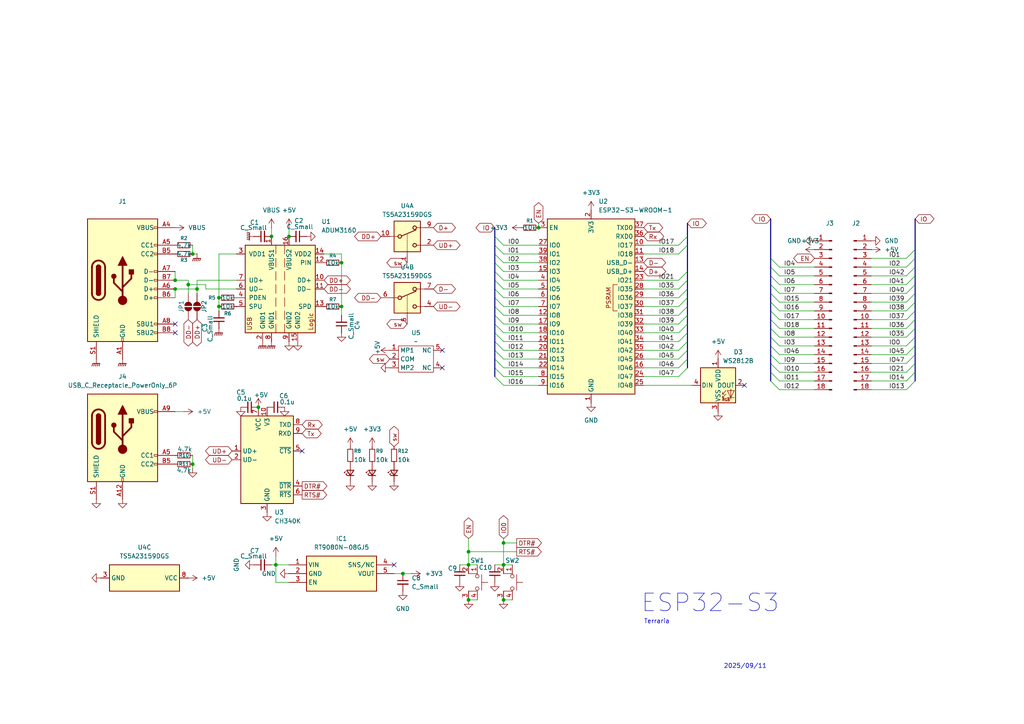
<source format=kicad_sch>
(kicad_sch (version 20250114) (generator "eeschema") (generator_version "9.0")
  (paper "A4")
  (text "ESP32-S3" (at 205.994 175.006 0) (effects (font (size 5.08 5.08))))
  (text "2025/09/11" (at 216.154 193.294 0) (effects (font (size 1.27 1.27))))
  (text "Terraria" (at 190.5 180.34 0) (effects (font (size 1.27 1.27))))
  (junction (at 135.89 163.83))
  (junction (at 57.15 83.82))
  (junction (at 55.88 134.62))
  (junction (at 50.8 83.82))
  (junction (at 156.21 66.04))
  (junction (at 146.05 157.48))
  (junction (at 146.05 173.99))
  (junction (at 74.93 118.11))
  (junction (at 99.06 76.2))
  (junction (at 80.01 163.83))
  (junction (at 146.05 163.83))
  (junction (at 55.88 73.66))
  (junction (at 63.5 88.9))
  (junction (at 135.89 160.02))
  (junction (at 50.8 81.28))
  (junction (at 63.5 86.36))
  (junction (at 54.61 82.55))
  (junction (at 116.84 166.37))
  (junction (at 135.89 173.99))
  (junction (at 99.06 88.9))
  (junction (at 83.82 68.58))
  (junction (at 78.74 68.58))
  (no_connect (at 87.63 130.81))
  (no_connect (at 128.27 101.6))
  (no_connect (at 50.8 96.52))
  (no_connect (at 128.27 106.68))
  (no_connect (at 114.3 163.83))
  (no_connect (at 50.8 93.98))
  (no_connect (at 215.9 111.76))
  (bus_entry (at 262.89 105.41) (size 2.54 -2.54))
  (bus_entry (at 196.85 86.36) (size 2.54 -2.54))
  (bus_entry (at 262.89 95.25) (size 2.54 -2.54))
  (bus_entry (at 196.85 106.68) (size 2.54 -2.54))
  (bus_entry (at 262.89 85.09) (size 2.54 -2.54))
  (bus_entry (at 223.52 97.79) (size 2.54 2.54))
  (bus_entry (at 223.52 110.49) (size 2.54 2.54))
  (bus_entry (at 143.51 88.9) (size 2.54 2.54))
  (bus_entry (at 143.51 68.58) (size 2.54 2.54))
  (bus_entry (at 223.52 90.17) (size 2.54 2.54))
  (bus_entry (at 223.52 74.93) (size 2.54 2.54))
  (bus_entry (at 262.89 74.93) (size 2.54 -2.54))
  (bus_entry (at 196.85 96.52) (size 2.54 -2.54))
  (bus_entry (at 196.85 71.12) (size 2.54 -2.54))
  (bus_entry (at 223.52 107.95) (size 2.54 2.54))
  (bus_entry (at 262.89 97.79) (size 2.54 -2.54))
  (bus_entry (at 143.51 81.28) (size 2.54 2.54))
  (bus_entry (at 223.52 105.41) (size 2.54 2.54))
  (bus_entry (at 196.85 81.28) (size 2.54 -2.54))
  (bus_entry (at 223.52 102.87) (size 2.54 2.54))
  (bus_entry (at 262.89 100.33) (size 2.54 -2.54))
  (bus_entry (at 223.52 77.47) (size 2.54 2.54))
  (bus_entry (at 196.85 83.82) (size 2.54 -2.54))
  (bus_entry (at 223.52 85.09) (size 2.54 2.54))
  (bus_entry (at 143.51 106.68) (size 2.54 2.54))
  (bus_entry (at 223.52 87.63) (size 2.54 2.54))
  (bus_entry (at 196.85 88.9) (size 2.54 -2.54))
  (bus_entry (at 262.89 92.71) (size 2.54 -2.54))
  (bus_entry (at 262.89 77.47) (size 2.54 -2.54))
  (bus_entry (at 143.51 76.2) (size 2.54 2.54))
  (bus_entry (at 143.51 71.12) (size 2.54 2.54))
  (bus_entry (at 223.52 82.55) (size 2.54 2.54))
  (bus_entry (at 265.43 110.49) (size -2.54 2.54))
  (bus_entry (at 262.89 82.55) (size 2.54 -2.54))
  (bus_entry (at 143.51 86.36) (size 2.54 2.54))
  (bus_entry (at 262.89 102.87) (size 2.54 -2.54))
  (bus_entry (at 196.85 93.98) (size 2.54 -2.54))
  (bus_entry (at 196.85 91.44) (size 2.54 -2.54))
  (bus_entry (at 143.51 73.66) (size 2.54 2.54))
  (bus_entry (at 196.85 101.6) (size 2.54 -2.54))
  (bus_entry (at 262.89 110.49) (size 2.54 -2.54))
  (bus_entry (at 262.89 80.01) (size 2.54 -2.54))
  (bus_entry (at 143.51 104.14) (size 2.54 2.54))
  (bus_entry (at 223.52 100.33) (size 2.54 2.54))
  (bus_entry (at 143.51 83.82) (size 2.54 2.54))
  (bus_entry (at 223.52 95.25) (size 2.54 2.54))
  (bus_entry (at 262.89 107.95) (size 2.54 -2.54))
  (bus_entry (at 143.51 109.22) (size 2.54 2.54))
  (bus_entry (at 262.89 87.63) (size 2.54 -2.54))
  (bus_entry (at 196.85 104.14) (size 2.54 -2.54))
  (bus_entry (at 143.51 93.98) (size 2.54 2.54))
  (bus_entry (at 143.51 78.74) (size 2.54 2.54))
  (bus_entry (at 143.51 101.6) (size 2.54 2.54))
  (bus_entry (at 223.52 92.71) (size 2.54 2.54))
  (bus_entry (at 223.52 80.01) (size 2.54 2.54))
  (bus_entry (at 196.85 99.06) (size 2.54 -2.54))
  (bus_entry (at 143.51 96.52) (size 2.54 2.54))
  (bus_entry (at 262.89 90.17) (size 2.54 -2.54))
  (bus_entry (at 143.51 99.06) (size 2.54 2.54))
  (bus_entry (at 196.85 109.22) (size 2.54 -2.54))
  (bus_entry (at 143.51 91.44) (size 2.54 2.54))
  (bus_entry (at 196.85 73.66) (size 2.54 -2.54))
  (wire (pts (xy 146.05 96.52) (xy 156.21 96.52)))
  (bus (pts (xy 223.52 95.25) (xy 223.52 97.79)))
  (bus (pts (xy 265.43 87.63) (xy 265.43 90.17)))
  (wire (pts (xy 146.05 173.99) (xy 148.59 173.99)))
  (wire (pts (xy 146.05 88.9) (xy 156.21 88.9)))
  (wire (pts (xy 186.69 101.6) (xy 196.85 101.6)))
  (bus (pts (xy 265.43 97.79) (xy 265.43 100.33)))
  (wire (pts (xy 146.05 73.66) (xy 156.21 73.66)))
  (bus (pts (xy 143.51 76.2) (xy 143.51 73.66)))
  (wire (pts (xy 54.61 81.28) (xy 50.8 81.28)))
  (bus (pts (xy 199.39 83.82) (xy 199.39 86.36)))
  (bus (pts (xy 265.43 92.71) (xy 265.43 95.25)))
  (bus (pts (xy 199.39 78.74) (xy 199.39 81.28)))
  (bus (pts (xy 143.51 109.22) (xy 143.51 106.68)))
  (bus (pts (xy 265.43 100.33) (xy 265.43 102.87)))
  (wire (pts (xy 63.5 86.36) (xy 63.5 73.66)))
  (wire (pts (xy 186.69 96.52) (xy 196.85 96.52)))
  (wire (pts (xy 116.84 166.37) (xy 114.3 166.37)))
  (bus (pts (xy 223.52 97.79) (xy 223.52 100.33)))
  (bus (pts (xy 199.39 91.44) (xy 199.39 93.98)))
  (wire (pts (xy 226.06 100.33) (xy 236.22 100.33)))
  (wire (pts (xy 252.73 95.25) (xy 262.89 95.25)))
  (wire (pts (xy 63.5 86.36) (xy 63.5 88.9)))
  (wire (pts (xy 146.05 78.74) (xy 156.21 78.74)))
  (wire (pts (xy 80.01 163.83) (xy 83.82 163.83)))
  (bus (pts (xy 143.51 101.6) (xy 143.51 99.06)))
  (wire (pts (xy 99.06 88.9) (xy 99.06 76.2)))
  (wire (pts (xy 59.69 82.55) (xy 54.61 82.55)))
  (wire (pts (xy 146.05 109.22) (xy 156.21 109.22)))
  (bus (pts (xy 265.43 85.09) (xy 265.43 87.63)))
  (wire (pts (xy 83.82 168.91) (xy 80.01 168.91)))
  (wire (pts (xy 135.89 156.21) (xy 135.89 160.02)))
  (wire (pts (xy 55.88 132.08) (xy 55.88 134.62)))
  (wire (pts (xy 252.73 74.93) (xy 262.89 74.93)))
  (wire (pts (xy 146.05 83.82) (xy 156.21 83.82)))
  (bus (pts (xy 199.39 64.77) (xy 199.39 68.58)))
  (bus (pts (xy 223.52 90.17) (xy 223.52 92.71)))
  (wire (pts (xy 226.06 113.03) (xy 236.22 113.03)))
  (wire (pts (xy 186.69 73.66) (xy 196.85 73.66)))
  (wire (pts (xy 78.74 163.83) (xy 80.01 163.83)))
  (wire (pts (xy 146.05 157.48) (xy 149.86 157.48)))
  (wire (pts (xy 146.05 111.76) (xy 156.21 111.76)))
  (wire (pts (xy 63.5 90.17) (xy 63.5 88.9)))
  (wire (pts (xy 59.69 83.82) (xy 59.69 82.55)))
  (wire (pts (xy 186.69 83.82) (xy 196.85 83.82)))
  (bus (pts (xy 143.51 104.14) (xy 143.51 101.6)))
  (wire (pts (xy 63.5 73.66) (xy 68.58 73.66)))
  (wire (pts (xy 50.8 119.38) (xy 53.34 119.38)))
  (bus (pts (xy 223.52 92.71) (xy 223.52 95.25)))
  (wire (pts (xy 226.06 87.63) (xy 236.22 87.63)))
  (wire (pts (xy 186.69 106.68) (xy 196.85 106.68)))
  (bus (pts (xy 223.52 63.5) (xy 223.52 74.93)))
  (wire (pts (xy 226.06 77.47) (xy 236.22 77.47)))
  (wire (pts (xy 186.69 104.14) (xy 196.85 104.14)))
  (wire (pts (xy 146.05 106.68) (xy 156.21 106.68)))
  (bus (pts (xy 265.43 74.93) (xy 265.43 77.47)))
  (wire (pts (xy 146.05 156.21) (xy 146.05 157.48)))
  (wire (pts (xy 80.01 168.91) (xy 80.01 163.83)))
  (wire (pts (xy 135.89 160.02) (xy 135.89 163.83)))
  (wire (pts (xy 226.06 110.49) (xy 236.22 110.49)))
  (wire (pts (xy 68.58 83.82) (xy 59.69 83.82)))
  (bus (pts (xy 265.43 72.39) (xy 265.43 74.93)))
  (bus (pts (xy 223.52 77.47) (xy 223.52 80.01)))
  (wire (pts (xy 143.51 163.83) (xy 146.05 163.83)))
  (bus (pts (xy 199.39 99.06) (xy 199.39 101.6)))
  (wire (pts (xy 146.05 104.14) (xy 156.21 104.14)))
  (bus (pts (xy 265.43 102.87) (xy 265.43 105.41)))
  (wire (pts (xy 68.58 81.28) (xy 57.15 81.28)))
  (wire (pts (xy 146.05 101.6) (xy 156.21 101.6)))
  (bus (pts (xy 143.51 93.98) (xy 143.51 91.44)))
  (wire (pts (xy 146.05 76.2) (xy 156.21 76.2)))
  (wire (pts (xy 252.73 82.55) (xy 262.89 82.55)))
  (wire (pts (xy 262.89 113.03) (xy 252.73 113.03)))
  (wire (pts (xy 57.15 83.82) (xy 57.15 85.09)))
  (wire (pts (xy 252.73 105.41) (xy 262.89 105.41)))
  (wire (pts (xy 146.05 163.83) (xy 148.59 163.83)))
  (wire (pts (xy 57.15 73.66) (xy 55.88 73.66)))
  (wire (pts (xy 252.73 85.09) (xy 262.89 85.09)))
  (wire (pts (xy 252.73 110.49) (xy 262.89 110.49)))
  (bus (pts (xy 199.39 96.52) (xy 199.39 99.06)))
  (wire (pts (xy 186.69 91.44) (xy 196.85 91.44)))
  (wire (pts (xy 80.01 161.29) (xy 80.01 163.83)))
  (wire (pts (xy 146.05 99.06) (xy 156.21 99.06)))
  (wire (pts (xy 78.74 66.04) (xy 78.74 68.58)))
  (bus (pts (xy 143.51 86.36) (xy 143.51 83.82)))
  (bus (pts (xy 223.52 100.33) (xy 223.52 102.87)))
  (bus (pts (xy 265.43 107.95) (xy 265.43 110.49)))
  (bus (pts (xy 143.51 106.68) (xy 143.51 104.14)))
  (wire (pts (xy 226.06 82.55) (xy 236.22 82.55)))
  (bus (pts (xy 143.51 91.44) (xy 143.51 88.9)))
  (wire (pts (xy 146.05 71.12) (xy 156.21 71.12)))
  (bus (pts (xy 223.52 85.09) (xy 223.52 87.63)))
  (wire (pts (xy 57.15 81.28) (xy 57.15 83.82)))
  (wire (pts (xy 135.89 163.83) (xy 138.43 163.83)))
  (wire (pts (xy 186.69 86.36) (xy 196.85 86.36)))
  (wire (pts (xy 186.69 81.28) (xy 196.85 81.28)))
  (bus (pts (xy 223.52 107.95) (xy 223.52 105.41)))
  (wire (pts (xy 252.73 107.95) (xy 262.89 107.95)))
  (wire (pts (xy 135.89 173.99) (xy 138.43 173.99)))
  (wire (pts (xy 50.8 83.82) (xy 57.15 83.82)))
  (bus (pts (xy 143.51 73.66) (xy 143.51 71.12)))
  (wire (pts (xy 55.88 135.89) (xy 55.88 134.62)))
  (bus (pts (xy 265.43 63.5) (xy 265.43 72.39)))
  (bus (pts (xy 143.51 71.12) (xy 143.51 68.58)))
  (bus (pts (xy 223.52 105.41) (xy 223.52 102.87)))
  (wire (pts (xy 252.73 92.71) (xy 262.89 92.71)))
  (bus (pts (xy 143.51 78.74) (xy 143.51 76.2)))
  (wire (pts (xy 226.06 97.79) (xy 236.22 97.79)))
  (bus (pts (xy 265.43 95.25) (xy 265.43 97.79)))
  (wire (pts (xy 146.05 81.28) (xy 156.21 81.28)))
  (wire (pts (xy 252.73 87.63) (xy 262.89 87.63)))
  (wire (pts (xy 186.69 99.06) (xy 196.85 99.06)))
  (wire (pts (xy 146.05 91.44) (xy 156.21 91.44)))
  (bus (pts (xy 223.52 110.49) (xy 223.52 107.95)))
  (wire (pts (xy 252.73 77.47) (xy 262.89 77.47)))
  (wire (pts (xy 119.38 166.37) (xy 116.84 166.37)))
  (bus (pts (xy 199.39 81.28) (xy 199.39 83.82)))
  (bus (pts (xy 143.51 83.82) (xy 143.51 81.28)))
  (wire (pts (xy 83.82 66.04) (xy 83.82 68.58)))
  (bus (pts (xy 265.43 90.17) (xy 265.43 92.71)))
  (wire (pts (xy 186.69 71.12) (xy 196.85 71.12)))
  (wire (pts (xy 186.69 111.76) (xy 200.66 111.76)))
  (wire (pts (xy 99.06 91.44) (xy 99.06 88.9)))
  (bus (pts (xy 223.52 80.01) (xy 223.52 82.55)))
  (wire (pts (xy 226.06 92.71) (xy 236.22 92.71)))
  (wire (pts (xy 252.73 102.87) (xy 262.89 102.87)))
  (wire (pts (xy 55.88 73.66) (xy 55.88 71.12)))
  (wire (pts (xy 226.06 80.01) (xy 236.22 80.01)))
  (bus (pts (xy 223.52 82.55) (xy 223.52 85.09)))
  (wire (pts (xy 226.06 90.17) (xy 236.22 90.17)))
  (wire (pts (xy 146.05 86.36) (xy 156.21 86.36)))
  (bus (pts (xy 199.39 88.9) (xy 199.39 91.44)))
  (wire (pts (xy 252.73 100.33) (xy 262.89 100.33)))
  (wire (pts (xy 146.05 157.48) (xy 146.05 163.83)))
  (bus (pts (xy 143.51 88.9) (xy 143.51 86.36)))
  (bus (pts (xy 265.43 80.01) (xy 265.43 82.55)))
  (bus (pts (xy 199.39 93.98) (xy 199.39 96.52)))
  (wire (pts (xy 186.69 109.22) (xy 196.85 109.22)))
  (bus (pts (xy 223.52 87.63) (xy 223.52 90.17)))
  (bus (pts (xy 143.51 68.58) (xy 143.51 66.04)))
  (bus (pts (xy 199.39 104.14) (xy 199.39 106.68)))
  (wire (pts (xy 50.8 83.82) (xy 50.8 86.36)))
  (wire (pts (xy 133.35 163.83) (xy 135.89 163.83)))
  (bus (pts (xy 223.52 74.93) (xy 223.52 77.47)))
  (wire (pts (xy 50.8 78.74) (xy 50.8 81.28)))
  (bus (pts (xy 199.39 71.12) (xy 199.39 78.74)))
  (wire (pts (xy 226.06 95.25) (xy 236.22 95.25)))
  (wire (pts (xy 156.21 64.77) (xy 156.21 66.04)))
  (bus (pts (xy 199.39 86.36) (xy 199.39 88.9)))
  (wire (pts (xy 226.06 107.95) (xy 236.22 107.95)))
  (wire (pts (xy 252.73 97.79) (xy 262.89 97.79)))
  (bus (pts (xy 265.43 105.41) (xy 265.43 107.95)))
  (wire (pts (xy 226.06 102.87) (xy 236.22 102.87)))
  (wire (pts (xy 54.61 82.55) (xy 54.61 85.09)))
  (wire (pts (xy 54.61 82.55) (xy 54.61 81.28)))
  (wire (pts (xy 186.69 93.98) (xy 196.85 93.98)))
  (wire (pts (xy 99.06 76.2) (xy 99.06 73.66)))
  (bus (pts (xy 265.43 77.47) (xy 265.43 80.01)))
  (wire (pts (xy 146.05 93.98) (xy 156.21 93.98)))
  (wire (pts (xy 226.06 85.09) (xy 236.22 85.09)))
  (wire (pts (xy 252.73 90.17) (xy 262.89 90.17)))
  (bus (pts (xy 199.39 101.6) (xy 199.39 104.14)))
  (wire (pts (xy 99.06 73.66) (xy 93.98 73.66)))
  (bus (pts (xy 143.51 99.06) (xy 143.51 96.52)))
  (bus (pts (xy 143.51 96.52) (xy 143.51 93.98)))
  (wire (pts (xy 135.89 160.02) (xy 149.86 160.02)))
  (bus (pts (xy 265.43 82.55) (xy 265.43 85.09)))
  (bus (pts (xy 143.51 81.28) (xy 143.51 78.74)))
  (bus (pts (xy 199.39 68.58) (xy 199.39 71.12)))
  (wire (pts (xy 226.06 105.41) (xy 236.22 105.41)))
  (wire (pts (xy 252.73 80.01) (xy 262.89 80.01)))
  (wire (pts (xy 186.69 88.9) (xy 196.85 88.9)))
  (label "IO41" (at 195.58 99.06 180))
  (label "IO12" (at 227.33 113.03 0))
  (label "IO0" (at 257.81 100.33 0))
  (label "IO4" (at 227.33 77.47 0))
  (label "IO10" (at 147.32 96.52 0))
  (label "IO2" (at 147.32 76.2 0))
  (label "IO6" (at 227.33 82.55 0))
  (label "IO5" (at 147.32 83.82 0))
  (label "IO17" (at 195.58 71.12 180))
  (label "IO8" (at 147.32 91.44 0))
  (label "IO2" (at 257.81 77.47 0))
  (label "IO45" (at 257.81 102.87 0))
  (label "IO46" (at 227.33 102.87 0))
  (label "IO21" (at 257.81 107.95 0))
  (label "IO39" (at 257.81 87.63 0))
  (label "IO5" (at 227.33 80.01 0))
  (label "IO36" (at 257.81 95.25 0))
  (label "IO18" (at 195.58 73.66 180))
  (label "IO1" (at 147.32 73.66 0))
  (label "IO40" (at 257.81 85.09 0))
  (label "IO45" (at 195.58 104.14 180))
  (label "IO18" (at 227.33 95.25 0))
  (label "IO9" (at 227.33 105.41 0))
  (label "IO17" (at 227.33 92.71 0))
  (label "IO38" (at 195.58 91.44 180))
  (label "IO3" (at 227.33 100.33 0))
  (label "IO9" (at 147.32 93.98 0))
  (label "IO36" (at 195.58 86.36 180))
  (label "IO13" (at 257.81 113.03 0))
  (label "IO0" (at 147.32 71.12 0))
  (label "IO42" (at 195.58 101.6 180))
  (label "IO10" (at 227.33 107.95 0))
  (label "IO21" (at 195.58 81.28 180))
  (label "IO41" (at 257.81 82.55 0))
  (label "IO47" (at 257.81 105.41 0))
  (label "IO35" (at 257.81 97.79 0))
  (label "IO13" (at 147.32 104.14 0))
  (label "IO11" (at 227.33 110.49 0))
  (label "IO37" (at 257.81 92.71 0))
  (label "IO7" (at 147.32 88.9 0))
  (label "IO8" (at 227.33 97.79 0))
  (label "IO46" (at 195.58 106.68 180))
  (label "IO47" (at 195.58 109.22 180))
  (label "IO11" (at 147.32 99.06 0))
  (label "IO15" (at 147.32 109.22 0))
  (label "IO14" (at 257.81 110.49 0))
  (label "IO14" (at 147.32 106.68 0))
  (label "IO12" (at 147.32 101.6 0))
  (label "IO38" (at 257.81 90.17 0))
  (label "IO35" (at 195.58 83.82 180))
  (label "IO16" (at 227.33 90.17 0))
  (label "IO3" (at 147.32 78.74 0))
  (label "IO39" (at 195.58 93.98 180))
  (label "IO16" (at 147.32 111.76 0))
  (label "IO42" (at 257.81 80.01 0))
  (label "IO40" (at 195.58 96.52 180))
  (label "IO4" (at 147.32 81.28 0))
  (label "IO6" (at 147.32 86.36 0))
  (label "IO1" (at 257.81 74.93 0))
  (label "IO7" (at 227.33 85.09 0))
  (label "IO15" (at 227.33 87.63 0))
  (label "IO37" (at 195.58 88.9 180))
  (global_label "sw" (shape bidirectional) (at 113.03 104.14 180) (property "Intersheetrefs" "${INTERSHEET_REFS}" (effects (hide yes))))
  (global_label "DD+" (shape bidirectional) (at 57.15 92.71 270) (property "Intersheetrefs" "${INTERSHEET_REFS}" (effects (hide yes))))
  (global_label "UD+" (shape bidirectional) (at 125.73 71.12 0) (property "Intersheetrefs" "${INTERSHEET_REFS}" (effects (hide yes))))
  (global_label "DD-" (shape bidirectional) (at 110.49 86.36 180) (property "Intersheetrefs" "${INTERSHEET_REFS}" (effects (hide yes))))
  (global_label "DD-" (shape bidirectional) (at 54.61 92.71 270) (property "Intersheetrefs" "${INTERSHEET_REFS}" (effects (hide yes))))
  (global_label "sw" (shape bidirectional) (at 118.11 76.2 180) (property "Intersheetrefs" "${INTERSHEET_REFS}" (effects (hide yes))))
  (global_label "EN" (shape bidirectional) (at 135.89 156.21 90) (property "Intersheetrefs" "${INTERSHEET_REFS}" (effects (hide yes))))
  (global_label "sw" (shape bidirectional) (at 114.3 129.54 90) (property "Intersheetrefs" "${INTERSHEET_REFS}" (effects (hide yes))))
  (global_label "DD-" (shape bidirectional) (at 93.98 83.82 0) (property "Intersheetrefs" "${INTERSHEET_REFS}" (effects (hide yes))))
  (global_label "D-" (shape bidirectional) (at 186.69 76.2 0) (property "Intersheetrefs" "${INTERSHEET_REFS}" (effects (hide yes))))
  (global_label "D+" (shape bidirectional) (at 125.73 66.04 0) (property "Intersheetrefs" "${INTERSHEET_REFS}" (effects (hide yes))))
  (global_label "DD+" (shape bidirectional) (at 110.49 68.58 180) (property "Intersheetrefs" "${INTERSHEET_REFS}" (effects (hide yes))))
  (global_label "IO" (shape bidirectional) (at 199.39 64.77 0) (property "Intersheetrefs" "${INTERSHEET_REFS}" (effects (hide yes))))
  (global_label "EN" (shape bidirectional) (at 236.22 74.93 180) (property "Intersheetrefs" "${INTERSHEET_REFS}" (effects (hide yes))))
  (global_label "UD-" (shape bidirectional) (at 67.31 133.35 180) (property "Intersheetrefs" "${INTERSHEET_REFS}" (effects (hide yes))))
  (global_label "DTR#" (shape output) (at 149.86 157.48 0) (property "Intersheetrefs" "${INTERSHEET_REFS}" (effects (hide yes))))
  (global_label "DTR#" (shape output) (at 87.63 140.97 0) (property "Intersheetrefs" "${INTERSHEET_REFS}" (effects (hide yes))))
  (global_label "DD+" (shape bidirectional) (at 93.98 81.28 0) (property "Intersheetrefs" "${INTERSHEET_REFS}" (effects (hide yes))))
  (global_label "IO" (shape bidirectional) (at 265.43 63.5 0) (property "Intersheetrefs" "${INTERSHEET_REFS}" (effects (hide yes))))
  (global_label "UD-" (shape bidirectional) (at 125.73 88.9 0) (property "Intersheetrefs" "${INTERSHEET_REFS}" (effects (hide yes))))
  (global_label "IO" (shape bidirectional) (at 223.52 63.5 180) (property "Intersheetrefs" "${INTERSHEET_REFS}" (effects (hide yes))))
  (global_label "EN" (shape bidirectional) (at 156.21 64.77 90) (property "Intersheetrefs" "${INTERSHEET_REFS}" (effects (hide yes))))
  (global_label "sw" (shape bidirectional) (at 118.11 93.98 180) (property "Intersheetrefs" "${INTERSHEET_REFS}" (effects (hide yes))))
  (global_label "IO" (shape bidirectional) (at 143.51 66.04 180) (property "Intersheetrefs" "${INTERSHEET_REFS}" (effects (hide yes))))
  (global_label "D+" (shape bidirectional) (at 186.69 78.74 0) (property "Intersheetrefs" "${INTERSHEET_REFS}" (effects (hide yes))))
  (global_label "Rx" (shape bidirectional) (at 186.69 68.58 0) (property "Intersheetrefs" "${INTERSHEET_REFS}" (effects (hide yes))))
  (global_label "Rx" (shape bidirectional) (at 87.63 123.19 0) (property "Intersheetrefs" "${INTERSHEET_REFS}" (effects (hide yes))))
  (global_label "D-" (shape bidirectional) (at 125.73 83.82 0) (property "Intersheetrefs" "${INTERSHEET_REFS}" (effects (hide yes))))
  (global_label "UD+" (shape bidirectional) (at 67.31 130.81 180) (property "Intersheetrefs" "${INTERSHEET_REFS}" (effects (hide yes))))
  (global_label "RTS#" (shape output) (at 87.63 143.51 0) (property "Intersheetrefs" "${INTERSHEET_REFS}" (effects (hide yes))))
  (global_label "RTS#" (shape output) (at 149.86 160.02 0) (property "Intersheetrefs" "${INTERSHEET_REFS}" (effects (hide yes))))
  (global_label "Tx" (shape bidirectional) (at 87.63 125.73 0) (property "Intersheetrefs" "${INTERSHEET_REFS}" (effects (hide yes))))
  (global_label "IO0" (shape bidirectional) (at 146.05 156.21 90) (property "Intersheetrefs" "${INTERSHEET_REFS}" (effects (hide yes))))
  (global_label "Tx" (shape bidirectional) (at 186.69 66.04 0) (property "Intersheetrefs" "${INTERSHEET_REFS}" (effects (hide yes))))
  (symbol (lib_id "power:GND") (at 101.6 139.7 0) (unit 1)
    (property "Reference" "#PWR019" (effects (hide yes)))
    (property "Value" "GND" (effects (hide yes)))
    (property "Description" "Power symbol creates a global label with name \"GND\" , ground" (effects (hide yes)))
  )
  (symbol (lib_id "power:GND") (at 135.89 173.99 0) (unit 1)
    (property "Reference" "#PWR039" (effects (hide yes)))
    (property "Value" "GND" (effects (hide yes)))
    (property "Description" "Power symbol creates a global label with name \"GND\" , ground" (effects (hide yes)))
  )
  (symbol (lib_id "power:GNDPWR") (at 57.15 73.66 0) (unit 1)
    (property "Reference" "#PWR08" (effects (hide yes)))
    (property "Value" "GNDPWR" (effects (hide yes)))
    (property "Description" "Power symbol creates a global label with name \"GNDPWR\" , global ground" (effects (hide yes)))
  )
  (symbol (lib_id "power:+3V3") (at 171.45 60.96 0) (unit 1)
    (property "Reference" "#PWR01" (effects (hide yes)))
    (property "Value" "+3V3" (at 171.45 55.88 0))
    (property "Description" "Power symbol creates a global label with name \"+3V3\"" (effects (hide yes)))
  )
  (symbol (lib_id "power:GND") (at 29.21 167.64 270) (unit 1)
    (property "Reference" "#PWR046" (effects (hide yes)))
    (property "Value" "GND" (effects (hide yes)))
    (property "Description" "Power symbol creates a global label with name \"GND\" , ground" (effects (hide yes)))
  )
  (symbol (lib_id "Device:C_Small") (at 86.36 68.58 270) (unit 1)
    (property "Reference" "C2" (at 85.344 64.008 90) (effects (justify left)))
    (property "Value" "C_Small" (at 83.058 65.786 90) (effects (justify left)))
    (property "Footprint" "Capacitor_SMD:C_0603_1608Metric" (effects (hide yes)))
    (property "Description" "Unpolarized capacitor, small symbol" (effects (hide yes)))
  )
  (symbol (lib_id "power:GNDPWR") (at 76.2 99.06 0) (unit 1)
    (property "Reference" "#PWR015" (effects (hide yes)))
    (property "Value" "GNDPWR" (effects (hide yes)))
    (property "Description" "Power symbol creates a global label with name \"GNDPWR\" , global ground" (effects (hide yes)))
  )
  (symbol (lib_id "Interface_USB:ADUM3160") (at 81.28 83.82 0) (unit 1)
    (property "Reference" "U1" (at 93.218 64.262 0) (effects (justify left)))
    (property "Value" "ADUM3160" (at 93.218 66.802 0) (effects (justify left)))
    (property "Footprint" "Package_SO:SOIC-16W_7.5x10.3mm_P1.27mm" (effects (hide yes)))
    (property "Datasheet" "https://www.analog.com/media/en/technical-documentation/data-sheets/ADuM3160.pdf" (effects (hide yes)))
    (property "Description" "Full/Low Speed, iCoupler USB Digital Isolator, 2.5kV protection" (effects (hide yes)))
  )
  (symbol (lib_id "power:+5V") (at 74.93 118.11 0) (unit 1)
    (property "Reference" "#PWR025" (effects (hide yes)))
    (property "Value" "+5V" (at 75.692 114.554 0))
    (property "Description" "Power symbol creates a global label with name \"+5V\"" (effects (hide yes)))
  )
  (symbol (lib_id "power:GND") (at 113.03 106.68 270) (unit 1)
    (property "Reference" "#PWR049" (effects (hide yes)))
    (property "Value" "GND" (effects (hide yes)))
    (property "Description" "Power symbol creates a global label with name \"GND\" , ground" (effects (hide yes)))
  )
  (symbol (lib_id "RF_Module:ESP32-S3-WROOM-1") (at 171.45 88.9 0) (unit 1)
    (property "Reference" "U2" (at 173.5933 58.42 0) (effects (justify left)))
    (property "Value" "ESP32-S3-WROOM-1" (at 173.5933 60.96 0) (effects (justify left)))
    (property "Footprint" "RF_Module:ESP32-S3-WROOM-1" (effects (hide yes)))
    (property "Datasheet" "https://www.espressif.com/sites/default/files/documentation/esp32-s3-wroom-1_wroom-1u_datasheet_en.pdf" (effects (hide yes)))
    (property "Description" "RF Module, ESP32-S3 SoC, Wi-Fi 802.11b/g/n, Bluetooth, BLE, 32-bit, 3.3V, onboard antenna, SMD" (effects (hide yes)))
  )
  (symbol (lib_id "power:+3V3") (at 119.38 166.37 270) (unit 1)
    (property "Reference" "#PWR032" (effects (hide yes)))
    (property "Value" "+3V3" (at 123.19 166.3699 90) (effects (justify left)))
    (property "Description" "Power symbol creates a global label with name \"+3V3\"" (effects (hide yes)))
  )
  (symbol (lib_id "power:+5V") (at 53.34 119.38 270) (unit 1)
    (property "Reference" "#PWR023" (effects (hide yes)))
    (property "Value" "+5V" (at 57.15 119.3799 90) (effects (justify left)))
    (property "Description" "Power symbol creates a global label with name \"+5V\"" (effects (hide yes)))
  )
  (symbol (lib_id "Device:R_Small") (at 107.95 132.08 0) (unit 1)
    (property "Reference" "R9" (at 108.966 130.81 0) (effects (font (size 1.016 1.016)) (justify left)))
    (property "Value" "10k" (at 108.966 133.35 0) (effects (justify left)))
    (property "Footprint" "Resistor_SMD:R_0603_1608Metric_Pad0.98x0.95mm_HandSolder" (effects (hide yes)))
    (property "Description" "Resistor, small symbol" (effects (hide yes)))
  )
  (symbol (lib_id "power:GND") (at 114.3 139.7 0) (unit 1)
    (property "Reference" "#PWR050" (effects (hide yes)))
    (property "Value" "GND" (effects (hide yes)))
    (property "Description" "Power symbol creates a global label with name \"GND\" , ground" (effects (hide yes)))
  )
  (symbol (lib_id "Device:R_Small") (at 96.52 88.9 90) (unit 1)
    (property "Reference" "R7" (at 96.52 86.868 90) (effects (font (size 1.016 1.016))))
    (property "Value" "10k" (at 96.52 88.9 90))
    (property "Footprint" "Resistor_SMD:R_0603_1608Metric" (effects (hide yes)))
    (property "Description" "Resistor, small symbol" (effects (hide yes)))
  )
  (symbol (lib_id "Connector:USB_C_Receptacle_PowerOnly_6P") (at 35.56 127 0) (unit 1)
    (property "Reference" "J4" (at 35.56 109.22 0))
    (property "Value" "USB_C_Receptacle_PowerOnly_6P" (at 35.56 111.76 0))
    (property "Footprint" "Connector_USB:USB_C_Receptacle_GCT_USB4125-xx-x_6P_TopMnt_Horizontal" (effects (hide yes)))
    (property "Datasheet" "https://www.usb.org/sites/default/files/documents/usb_type-c.zip" (effects (hide yes)))
    (property "Description" "USB Power-Only 6P Type-C Receptacle connector" (effects (hide yes)))
  )
  (symbol (lib_id "power:GND") (at 116.84 171.45 0) (unit 1)
    (property "Reference" "#PWR033" (effects (hide yes)))
    (property "Value" "GND" (at 116.84 176.53 0))
    (property "Description" "Power symbol creates a global label with name \"GND\" , ground" (effects (hide yes)))
  )
  (symbol (lib_id "power:+5V") (at 208.28 104.14 0) (unit 1)
    (property "Reference" "#PWR043" (effects (hide yes)))
    (property "Value" "+5V" (at 208.28 99.06 0))
    (property "Description" "Power symbol creates a global label with name \"+5V\"" (effects (hide yes)))
  )
  (symbol (lib_id "power:GND") (at 146.05 173.99 0) (unit 1)
    (property "Reference" "#PWR040" (effects (hide yes)))
    (property "Value" "GND" (effects (hide yes)))
    (property "Description" "Power symbol creates a global label with name \"GND\" , ground" (effects (hide yes)))
  )
  (symbol (lib_id "power:GND") (at 143.51 168.91 0) (unit 1)
    (property "Reference" "#PWR038" (effects (hide yes)))
    (property "Value" "GND" (effects (hide yes)))
    (property "Description" "Power symbol creates a global label with name \"GND\" , ground" (effects (hide yes)))
  )
  (symbol (lib_id "Device:R_Small") (at 53.34 134.62 90) (unit 1)
    (property "Reference" "R11" (at 53.34 134.62 90) (effects (font (size 1.016 1.016))))
    (property "Value" "4.7k" (at 53.34 136.398 90))
    (property "Footprint" "Resistor_SMD:R_0603_1608Metric_Pad0.98x0.95mm_HandSolder" (effects (hide yes)))
    (property "Description" "Resistor, small symbol" (effects (hide yes)))
  )
  (symbol (lib_id "Device:C_Small") (at 133.35 166.37 180) (unit 1)
    (property "Reference" "C9" (at 132.588 164.846 0) (effects (justify left)))
    (property "Value" "C_Small" (effects (hide yes)))
    (property "Footprint" "Capacitor_SMD:C_0603_1608Metric" (effects (hide yes)))
    (property "Description" "Unpolarized capacitor, small symbol" (effects (hide yes)))
  )
  (symbol (lib_id "Device:C_Small") (at 63.5 92.71 180) (unit 1)
    (property "Reference" "C3" (at 59.436 93.726 90) (effects (justify left)))
    (property "Value" "C_Small" (at 60.96 91.4338 90) (effects (justify left)))
    (property "Footprint" "Capacitor_SMD:C_0603_1608Metric" (effects (hide yes)))
    (property "Description" "Unpolarized capacitor, small symbol" (effects (hide yes)))
  )
  (symbol (lib_id "Jumper:SolderJumper_2_Open") (at 57.15 88.9 270) (unit 1) (in_bom no)
    (property "Reference" "JP2" (at 59.182 88.9 0))
    (property "Value" "SolderJumper_2_Open" (effects (hide yes)))
    (property "Footprint" "Jumper:SolderJumper-2_P1.3mm_Open_RoundedPad1.0x1.5mm" (effects (hide yes)))
    (property "Description" "Solder Jumper, 2-pole, open" (effects (hide yes)))
  )
  (symbol (lib_id "Jumper:SolderJumper_2_Open") (at 54.61 88.9 270) (unit 1) (in_bom no)
    (property "Reference" "JP1" (at 52.578 88.9 0))
    (property "Value" "SolderJumper_2_Open" (effects (hide yes)))
    (property "Footprint" "Jumper:SolderJumper-2_P1.3mm_Open_RoundedPad1.0x1.5mm" (effects (hide yes)))
    (property "Description" "Solder Jumper, 2-pole, open" (effects (hide yes)))
  )
  (symbol (lib_id "power:GND") (at 35.56 144.78 0) (unit 1)
    (property "Reference" "#PWR036" (effects (hide yes)))
    (property "Value" "GND" (effects (hide yes)))
    (property "Description" "Power symbol creates a global label with name \"GND\" , ground" (effects (hide yes)))
  )
  (symbol (lib_id "Analog_Switch:TS5A23159DGS") (at 118.11 86.36 0) (unit 2)
    (property "Reference" "U4" (at 118.11 77.47 0))
    (property "Value" "TS5A23159DGS" (at 118.11 80.01 0))
    (property "Footprint" "Package_SO:VSSOP-10_3x3mm_P0.5mm" (effects (hide yes)))
    (property "Datasheet" "http://www.ti.com/lit/ds/symlink/ts5a23159.pdf" (effects (hide yes)))
    (property "Description" "Dual SPDT 1ohm Bidirectional Analog Switch with Off protection, VSSOP-10" (effects (hide yes)))
  )
  (symbol (lib_id "Device:LED_Small") (at 101.6 137.16 90) (unit 1)
    (property "Reference" "D1" (effects (hide yes)))
    (property "Value" "LED_Small" (effects (hide yes)))
    (property "Footprint" "LED_SMD:LED_0603_1608Metric_Pad1.05x0.95mm_HandSolder" (effects (hide yes)))
    (property "Description" "Light emitting diode, small symbol" (effects (hide yes)))
    (property "Sim.Pin" "1=K 2=A" (effects (hide yes)))
  )
  (symbol (lib_id "power:GND") (at 83.82 166.37 270) (unit 1)
    (property "Reference" "#PWR031" (effects (hide yes)))
    (property "Value" "GND" (at 80.01 166.3699 90) (effects (justify right)))
    (property "Description" "Power symbol creates a global label with name \"GND\" , ground" (effects (hide yes)))
  )
  (symbol (lib_id "Yamaha:SSAJ120100") (at 120.65 104.14 0) (unit 1)
    (property "Reference" "U5" (at 120.65 96.52 0))
    (property "Value" "~" (at 120.65 99.06 0))
    (property "Footprint" "footprints:SSAJ120100" (effects (hide yes)))
  )
  (symbol (lib_id "power:GND") (at 55.88 135.89 0) (unit 1)
    (property "Reference" "#PWR028" (effects (hide yes)))
    (property "Value" "GND" (effects (hide yes)))
    (property "Description" "Power symbol creates a global label with name \"GND\" , ground" (effects (hide yes)))
  )
  (symbol (lib_id "Device:R_Small") (at 96.52 76.2 90) (unit 1)
    (property "Reference" "R4" (at 96.52 74.168 90) (effects (font (size 1.016 1.016))))
    (property "Value" "10k" (at 96.52 76.2 90))
    (property "Footprint" "Resistor_SMD:R_0603_1608Metric" (effects (hide yes)))
    (property "Description" "Resistor, small symbol" (effects (hide yes)))
  )
  (symbol (lib_id "power:GND") (at 252.73 69.85 90) (unit 1)
    (property "Reference" "#PWR010" (effects (hide yes)))
    (property "Value" "GND" (at 256.54 69.8499 90) (effects (justify right)))
    (property "Description" "Power symbol creates a global label with name \"GND\" , ground" (effects (hide yes)))
  )
  (symbol (lib_id "Device:R_Small") (at 114.3 132.08 0) (unit 1)
    (property "Reference" "R12" (at 115.316 130.81 0) (effects (font (size 1.016 1.016)) (justify left)))
    (property "Value" "10k" (at 115.316 133.35 0) (effects (justify left)))
    (property "Footprint" "Resistor_SMD:R_0603_1608Metric_Pad0.98x0.95mm_HandSolder" (effects (hide yes)))
    (property "Description" "Resistor, small symbol" (effects (hide yes)))
  )
  (symbol (lib_id "power:GND") (at 82.55 118.11 0) (unit 1)
    (property "Reference" "#PWR026" (effects (hide yes)))
    (property "Value" "GND" (effects (hide yes)))
    (property "Description" "Power symbol creates a global label with name \"GND\" , ground" (effects (hide yes)))
  )
  (symbol (lib_id "power:GND") (at 99.06 96.52 0) (unit 1)
    (property "Reference" "#PWR014" (effects (hide yes)))
    (property "Value" "GND" (effects (hide yes)))
    (property "Description" "Power symbol creates a global label with name \"GND\" , ground" (effects (hide yes)))
  )
  (symbol (lib_id "Connector:Conn_01x18_Pin") (at 241.3 90.17 0) (mirror y) (unit 1)
    (property "Reference" "J3" (at 240.665 64.77 0))
    (property "Value" "Conn_01x18_Pin" (effects (hide yes)))
    (property "Footprint" "Connector_PinHeader_2.54mm:PinHeader_1x18_P2.54mm_Vertical" (effects (hide yes)))
    (property "Description" "Generic connector, single row, 01x18, script generated" (effects (hide yes)))
  )
  (symbol (lib_id "power:GNDPWR") (at 78.74 99.06 0) (unit 1)
    (property "Reference" "#PWR016" (effects (hide yes)))
    (property "Value" "GNDPWR" (effects (hide yes)))
    (property "Description" "Power symbol creates a global label with name \"GNDPWR\" , global ground" (effects (hide yes)))
  )
  (symbol (lib_id "power:GND") (at 171.45 116.84 0) (unit 1)
    (property "Reference" "#PWR027" (effects (hide yes)))
    (property "Value" "GND" (at 171.45 121.92 0))
    (property "Description" "Power symbol creates a global label with name \"GND\" , ground" (effects (hide yes)))
  )
  (symbol (lib_id "Switch:SW_MEC_5E") (at 135.89 168.91 270) (unit 1)
    (property "Reference" "SW1" (at 136.398 162.56 90) (effects (justify left)))
    (property "Value" "SW_MEC_5E" (effects (hide yes)))
    (property "Footprint" "Yamaha:SW_SKRPABE010" (effects (hide yes)))
    (property "Datasheet" "http://www.apem.com/int/index.php?controller=attachment&id_attachment=1371" (effects (hide yes)))
    (property "Description" "MEC 5E single pole normally-open tactile switch" (effects (hide yes)))
  )
  (symbol (lib_id "power:+3V3") (at 107.95 129.54 0) (unit 1)
    (property "Reference" "#PWR012" (effects (hide yes)))
    (property "Value" "+3V3" (at 107.95 124.46 0))
    (property "Description" "Power symbol creates a global label with name \"+3V3\"" (effects (hide yes)))
  )
  (symbol (lib_id "Device:C_Small") (at 72.39 118.11 270) (unit 1)
    (property "Reference" "C5" (at 69.85 113.792 90))
    (property "Value" "0.1u" (at 70.866 115.57 90))
    (property "Footprint" "Capacitor_SMD:C_0603_1608Metric_Pad1.08x0.95mm_HandSolder" (effects (hide yes)))
    (property "Description" "Unpolarized capacitor, small symbol" (effects (hide yes)))
  )
  (symbol (lib_id "power:GND") (at 77.47 148.59 0) (unit 1)
    (property "Reference" "#PWR034" (effects (hide yes)))
    (property "Value" "GND" (effects (hide yes)))
    (property "Description" "Power symbol creates a global label with name \"GND\" , ground" (effects (hide yes)))
  )
  (symbol (lib_id "Device:R_Small") (at 66.04 88.9 90) (unit 1)
    (property "Reference" "R6" (at 66.04 90.932 90) (effects (font (size 1.016 1.016))))
    (property "Value" "10k" (at 66.04 88.9 90))
    (property "Footprint" "Resistor_SMD:R_0603_1608Metric" (effects (hide yes)))
    (property "Description" "Resistor, small symbol" (effects (hide yes)))
  )
  (symbol (lib_id "Connector:USB_C_Receptacle_USB2.0_16P") (at 35.56 81.28 0) (unit 1)
    (property "Reference" "J1" (at 35.56 58.42 0))
    (property "Value" "USB_C_Receptacle_USB2.0_16P" (effects (hide yes)))
    (property "Footprint" "Connector_USB:USB_C_Receptacle_GCT_USB4105-xx-A_16P_TopMnt_Horizontal" (effects (hide yes)))
    (property "Datasheet" "https://www.usb.org/sites/default/files/documents/usb_type-c.zip" (effects (hide yes)))
    (property "Description" "USB 2.0-only 16P Type-C Receptacle connector" (effects (hide yes)))
  )
  (symbol (lib_id "power:VBUS") (at 50.8 66.04 270) (unit 1)
    (property "Reference" "#PWR02" (effects (hide yes)))
    (property "Value" "VBUS" (at 54.61 66.0399 90) (effects (justify left)))
    (property "Description" "Power symbol creates a global label with name \"VBUS\"" (effects (hide yes)))
  )
  (symbol (lib_id "Device:R_Small") (at 53.34 132.08 90) (unit 1)
    (property "Reference" "R10" (at 53.34 132.08 90) (effects (font (size 1.016 1.016))))
    (property "Value" "4.7k" (at 53.594 130.302 90))
    (property "Footprint" "Resistor_SMD:R_0603_1608Metric_Pad0.98x0.95mm_HandSolder" (effects (hide yes)))
    (property "Description" "Resistor, small symbol" (effects (hide yes)))
  )
  (symbol (lib_id "power:+5V") (at 83.82 66.04 0) (unit 1)
    (property "Reference" "#PWR04" (effects (hide yes)))
    (property "Value" "+5V" (at 83.82 60.96 0))
    (property "Description" "Power symbol creates a global label with name \"+5V\"" (effects (hide yes)))
  )
  (symbol (lib_id "LED:WS2812B") (at 208.28 111.76 0) (unit 1)
    (property "Reference" "D3" (at 214.122 102.108 0))
    (property "Value" "WS2812B" (at 214.122 104.648 0))
    (property "Footprint" "LED_SMD:LED_WS2812B_PLCC4_5.0x5.0mm_P3.2mm" (effects (hide yes)))
    (property "Datasheet" "https://cdn-shop.adafruit.com/datasheets/WS2812B.pdf" (effects (hide yes)))
    (property "Description" "RGB LED with integrated controller" (effects (hide yes)))
  )
  (symbol (lib_id "power:VBUS") (at 78.74 66.04 0) (unit 1)
    (property "Reference" "#PWR03" (effects (hide yes)))
    (property "Value" "VBUS" (at 78.74 60.96 0))
    (property "Description" "Power symbol creates a global label with name \"VBUS\"" (effects (hide yes)))
  )
  (symbol (lib_id "Device:R_Small") (at 66.04 86.36 90) (unit 1)
    (property "Reference" "R5" (at 61.468 86.36 90) (effects (font (size 1.016 1.016))))
    (property "Value" "10k" (at 66.04 86.36 90))
    (property "Footprint" "Resistor_SMD:R_0603_1608Metric" (effects (hide yes)))
    (property "Description" "Resistor, small symbol" (effects (hide yes)))
  )
  (symbol (lib_id "power:+5V") (at 80.01 161.29 0) (unit 1)
    (property "Reference" "#PWR029" (effects (hide yes)))
    (property "Value" "+5V" (at 80.01 156.21 0))
    (property "Description" "Power symbol creates a global label with name \"+5V\"" (effects (hide yes)))
  )
  (symbol (lib_id "Device:R_Small") (at 153.67 66.04 90) (unit 1)
    (property "Reference" "R1" (at 153.67 64.008 90) (effects (font (size 1.016 1.016))))
    (property "Value" "10k" (at 153.67 66.04 90))
    (property "Footprint" "Resistor_SMD:R_0603_1608Metric" (effects (hide yes)))
    (property "Description" "Resistor, small symbol" (effects (hide yes)))
  )
  (symbol (lib_id "Device:R_Small") (at 53.34 71.12 90) (unit 1)
    (property "Reference" "R2" (at 53.34 69.088 90) (effects (font (size 1.016 1.016))))
    (property "Value" "4.7k" (at 53.34 71.12 90))
    (property "Footprint" "Resistor_SMD:R_0603_1608Metric" (effects (hide yes)))
    (property "Description" "Resistor, small symbol" (effects (hide yes)))
  )
  (symbol (lib_id "power:GND") (at 88.9 68.58 90) (unit 1)
    (property "Reference" "#PWR06" (effects (hide yes)))
    (property "Value" "GND" (effects (hide yes)))
    (property "Description" "Power symbol creates a global label with name \"GND\" , ground" (effects (hide yes)))
  )
  (symbol (lib_id "power:GND") (at 236.22 69.85 270) (unit 1)
    (property "Reference" "#PWR041" (effects (hide yes)))
    (property "Value" "GND" (at 232.41 69.8499 90) (effects (justify right)))
    (property "Description" "Power symbol creates a global label with name \"GND\" , ground" (effects (hide yes)))
  )
  (symbol (lib_id "power:GNDPWR") (at 27.94 104.14 0) (unit 1)
    (property "Reference" "#PWR021" (effects (hide yes)))
    (property "Value" "GNDPWR" (effects (hide yes)))
    (property "Description" "Power symbol creates a global label with name \"GNDPWR\" , global ground" (effects (hide yes)))
  )
  (symbol (lib_id "power:GND") (at 86.36 99.06 0) (unit 1)
    (property "Reference" "#PWR018" (effects (hide yes)))
    (property "Value" "GND" (effects (hide yes)))
    (property "Description" "Power symbol creates a global label with name \"GND\" , ground" (effects (hide yes)))
  )
  (symbol (lib_id "Yamaha:RT9080N-08GJ5") (at 83.82 163.83 0) (unit 1)
    (property "Reference" "IC1" (at 99.06 156.21 0))
    (property "Value" "RT9080N-08GJ5" (at 99.06 158.75 0))
    (property "Footprint" "footprints:SOT94P280X100-5N" (effects (hide yes)))
    (property "Datasheet" "https://componentsearchengine.com/Datasheets/2/RT9080N-08GJ5.pdf" (effects (hide yes)))
    (property "Description" "LDO Voltage Regulators 2 A IQ, 600mA Low-Dropout Linear Regulator" (effects (hide yes)))
    (property "Height" "1" (effects (hide yes)))
    (property "Manufacturer_Name" "RICHTEK" (effects (hide yes)))
    (property "Manufacturer_Part_Number" "RT9080N-08GJ5" (effects (hide yes)))
    (property "Mouser Part Number" "835-RT9080N-08GJ5" (effects (hide yes)))
    (property "Mouser Price/Stock" "https://www.mouser.co.uk/ProductDetail/Richtek/RT9080N-08GJ5?qs=amGC7iS6iy%252BNkX0nvvbZdg%3D%3D" (effects (hide yes)))
  )
  (symbol (lib_id "power:+5V") (at 252.73 72.39 270) (unit 1)
    (property "Reference" "#PWR09" (effects (hide yes)))
    (property "Value" "+5V" (at 256.54 72.3899 90) (effects (justify left)))
    (property "Description" "Power symbol creates a global label with name \"+5V\"" (effects (hide yes)))
  )
  (symbol (lib_id "power:+5V") (at 113.03 101.6 90) (unit 1)
    (property "Reference" "#PWR048" (effects (hide yes)))
    (property "Value" "+5V" (at 109.474 100.838 0))
    (property "Description" "Power symbol creates a global label with name \"+5V\"" (effects (hide yes)))
  )
  (symbol (lib_id "power:+3V3") (at 151.13 66.04 90) (unit 1)
    (property "Reference" "#PWR07" (effects (hide yes)))
    (property "Value" "+3V3" (at 147.32 66.0399 90) (effects (justify left)))
    (property "Description" "Power symbol creates a global label with name \"+3V3\"" (effects (hide yes)))
  )
  (symbol (lib_id "power:GND") (at 83.82 99.06 0) (unit 1)
    (property "Reference" "#PWR017" (effects (hide yes)))
    (property "Value" "GND" (effects (hide yes)))
    (property "Description" "Power symbol creates a global label with name \"GND\" , ground" (effects (hide yes)))
  )
  (symbol (lib_id "Switch:SW_MEC_5E") (at 146.05 168.91 270) (unit 1)
    (property "Reference" "SW2" (at 146.558 162.56 90) (effects (justify left)))
    (property "Value" "SW_MEC_5E" (effects (hide yes)))
    (property "Footprint" "Yamaha:SW_SKRPABE010" (effects (hide yes)))
    (property "Datasheet" "http://www.apem.com/int/index.php?controller=attachment&id_attachment=1371" (effects (hide yes)))
    (property "Description" "MEC 5E single pole normally-open tactile switch" (effects (hide yes)))
  )
  (symbol (lib_id "power:GND") (at 69.85 118.11 0) (unit 1)
    (property "Reference" "#PWR024" (effects (hide yes)))
    (property "Value" "GND" (effects (hide yes)))
    (property "Description" "Power symbol creates a global label with name \"GND\" , ground" (effects (hide yes)))
  )
  (symbol (lib_id "power:+5V") (at 54.61 167.64 270) (unit 1)
    (property "Reference" "#PWR045" (effects (hide yes)))
    (property "Value" "+5V" (at 58.42 167.6399 90) (effects (justify left)))
    (property "Description" "Power symbol creates a global label with name \"+5V\"" (effects (hide yes)))
  )
  (symbol (lib_id "Device:R_Small") (at 53.34 73.66 90) (unit 1)
    (property "Reference" "R3" (at 53.34 75.438 90) (effects (font (size 1.016 1.016))))
    (property "Value" "4.7k" (at 53.34 73.66 90))
    (property "Footprint" "Resistor_SMD:R_0603_1608Metric" (effects (hide yes)))
    (property "Description" "Resistor, small symbol" (effects (hide yes)))
  )
  (symbol (lib_id "Device:LED_Small") (at 114.3 137.16 90) (unit 1)
    (property "Reference" "D4" (effects (hide yes)))
    (property "Value" "LED_Small" (effects (hide yes)))
    (property "Footprint" "LED_SMD:LED_0603_1608Metric_Pad1.05x0.95mm_HandSolder" (effects (hide yes)))
    (property "Description" "Light emitting diode, small symbol" (effects (hide yes)))
    (property "Sim.Pin" "1=K 2=A" (effects (hide yes)))
  )
  (symbol (lib_id "power:GNDPWR") (at 35.56 104.14 0) (unit 1)
    (property "Reference" "#PWR022" (effects (hide yes)))
    (property "Value" "GNDPWR" (effects (hide yes)))
    (property "Description" "Power symbol creates a global label with name \"GNDPWR\" , global ground" (effects (hide yes)))
  )
  (symbol (lib_id "power:+5V") (at 101.6 129.54 0) (unit 1)
    (property "Reference" "#PWR011" (effects (hide yes)))
    (property "Value" "+5V" (at 101.6 124.46 0))
    (property "Description" "Power symbol creates a global label with name \"+5V\"" (effects (hide yes)))
  )
  (symbol (lib_id "Device:C_Small") (at 116.84 168.91 0) (unit 1)
    (property "Reference" "C8" (at 119.38 167.6462 0) (effects (justify left)))
    (property "Value" "C_Small" (at 119.38 170.1862 0) (effects (justify left)))
    (property "Footprint" "Capacitor_SMD:C_0603_1608Metric" (effects (hide yes)))
    (property "Description" "Unpolarized capacitor, small symbol" (effects (hide yes)))
  )
  (symbol (lib_id "power:GNDPWR") (at 63.5 95.25 0) (unit 1)
    (property "Reference" "#PWR013" (effects (hide yes)))
    (property "Value" "GNDPWR" (effects (hide yes)))
    (property "Description" "Power symbol creates a global label with name \"GNDPWR\" , global ground" (effects (hide yes)))
  )
  (symbol (lib_id "Connector:Conn_01x18_Pin") (at 247.65 90.17 0) (unit 1)
    (property "Reference" "J2" (at 248.285 64.77 0))
    (property "Value" "Conn_01x18_Pin" (effects (hide yes)))
    (property "Footprint" "Connector_PinHeader_2.54mm:PinHeader_1x18_P2.54mm_Vertical" (effects (hide yes)))
    (property "Description" "Generic connector, single row, 01x18, script generated" (effects (hide yes)))
  )
  (symbol (lib_id "power:GNDPWR") (at 73.66 68.58 270) (unit 1)
    (property "Reference" "#PWR05" (effects (hide yes)))
    (property "Value" "GNDPWR" (effects (hide yes)))
    (property "Description" "Power symbol creates a global label with name \"GNDPWR\" , global ground" (effects (hide yes)))
  )
  (symbol (lib_id "power:GND") (at 208.28 119.38 0) (unit 1)
    (property "Reference" "#PWR044" (effects (hide yes)))
    (property "Value" "GND" (effects (hide yes)))
    (property "Description" "Power symbol creates a global label with name \"GND\" , ground" (effects (hide yes)))
  )
  (symbol (lib_id "Device:C_Small") (at 76.2 68.58 90) (unit 1)
    (property "Reference" "C1" (at 75.184 64.516 90) (effects (justify left)))
    (property "Value" "C_Small" (at 77.4762 66.04 90) (effects (justify left)))
    (property "Footprint" "Capacitor_SMD:C_0603_1608Metric" (effects (hide yes)))
    (property "Description" "Unpolarized capacitor, small symbol" (effects (hide yes)))
  )
  (symbol (lib_id "power:+3V3") (at 236.22 72.39 90) (unit 1)
    (property "Reference" "#PWR042" (effects (hide yes)))
    (property "Value" "+3V3" (at 234.95 69.85 90))
    (property "Description" "Power symbol creates a global label with name \"+3V3\"" (effects (hide yes)))
  )
  (symbol (lib_id "Device:C_Small") (at 143.51 166.37 180) (unit 1)
    (property "Reference" "C10" (at 142.748 164.592 0) (effects (justify left)))
    (property "Value" "C_Small" (effects (hide yes)))
    (property "Footprint" "Capacitor_SMD:C_0603_1608Metric" (effects (hide yes)))
    (property "Description" "Unpolarized capacitor, small symbol" (effects (hide yes)))
  )
  (symbol (lib_id "power:GND") (at 107.95 139.7 0) (unit 1)
    (property "Reference" "#PWR020" (effects (hide yes)))
    (property "Value" "GND" (effects (hide yes)))
    (property "Description" "Power symbol creates a global label with name \"GND\" , ground" (effects (hide yes)))
  )
  (symbol (lib_id "Device:C_Small") (at 76.2 163.83 90) (unit 1)
    (property "Reference" "C7" (at 75.184 159.766 90) (effects (justify left)))
    (property "Value" "C_Small" (at 77.4762 161.29 90) (effects (justify left)))
    (property "Footprint" "Capacitor_SMD:C_0603_1608Metric" (effects (hide yes)))
    (property "Description" "Unpolarized capacitor, small symbol" (effects (hide yes)))
  )
  (symbol (lib_id "power:GND") (at 73.66 163.83 270) (unit 1)
    (property "Reference" "#PWR030" (effects (hide yes)))
    (property "Value" "GND" (at 68.58 163.83 0))
    (property "Description" "Power symbol creates a global label with name \"GND\" , ground" (effects (hide yes)))
  )
  (symbol (lib_id "Interface_USB:CH340K") (at 77.47 133.35 0) (unit 1)
    (property "Reference" "U3" (at 79.6133 148.59 0) (effects (justify left)))
    (property "Value" "CH340K" (at 79.6133 151.13 0) (effects (justify left)))
    (property "Footprint" "Package_SO:SSOP-10-1EP_3.9x4.9mm_P1mm_EP2.1x3.3mm" (effects (hide yes)))
    (property "Datasheet" "https://cdn.sparkfun.com/assets/5/0/a/8/5/CH340DS1.PDF" (effects (hide yes)))
    (property "Description" "USB serial converter, UART, SSOP-10" (effects (hide yes)))
  )
  (symbol (lib_id "Device:LED_Small") (at 107.95 137.16 90) (unit 1)
    (property "Reference" "D2" (effects (hide yes)))
    (property "Value" "LED_Small" (effects (hide yes)))
    (property "Footprint" "LED_SMD:LED_0603_1608Metric_Pad1.05x0.95mm_HandSolder" (effects (hide yes)))
    (property "Description" "Light emitting diode, small symbol" (effects (hide yes)))
    (property "Sim.Pin" "1=K 2=A" (effects (hide yes)))
  )
  (symbol (lib_id "Device:C_Small") (at 80.01 118.11 90) (unit 1)
    (property "Reference" "C6" (at 82.296 114.808 90))
    (property "Value" "0.1u" (at 83.312 116.586 90))
    (property "Footprint" "Capacitor_SMD:C_0603_1608Metric_Pad1.08x0.95mm_HandSolder" (effects (hide yes)))
    (property "Description" "Unpolarized capacitor, small symbol" (effects (hide yes)))
  )
  (symbol (lib_id "power:GND") (at 27.94 144.78 0) (unit 1)
    (property "Reference" "#PWR035" (effects (hide yes)))
    (property "Value" "GND" (effects (hide yes)))
    (property "Description" "Power symbol creates a global label with name \"GND\" , ground" (effects (hide yes)))
  )
  (symbol (lib_id "Device:C_Small") (at 99.06 93.98 180) (unit 1)
    (property "Reference" "C4" (at 103.632 92.964 90) (effects (justify left)))
    (property "Value" "C_Small" (at 101.854 90.678 90) (effects (justify left)))
    (property "Footprint" "Capacitor_SMD:C_0603_1608Metric" (effects (hide yes)))
    (property "Description" "Unpolarized capacitor, small symbol" (effects (hide yes)))
  )
  (symbol (lib_id "Device:R_Small") (at 101.6 132.08 0) (unit 1)
    (property "Reference" "R8" (at 102.616 130.81 0) (effects (font (size 1.016 1.016)) (justify left)))
    (property "Value" "10k" (at 102.616 133.35 0) (effects (justify left)))
    (property "Footprint" "Resistor_SMD:R_0603_1608Metric_Pad0.98x0.95mm_HandSolder" (effects (hide yes)))
    (property "Description" "Resistor, small symbol" (effects (hide yes)))
  )
  (symbol (lib_id "power:GND") (at 133.35 168.91 0) (unit 1)
    (property "Reference" "#PWR037" (effects (hide yes)))
    (property "Value" "GND" (effects (hide yes)))
    (property "Description" "Power symbol creates a global label with name \"GND\" , ground" (effects (hide yes)))
  )
  (symbol (lib_id "Analog_Switch:TS5A23159DGS") (at 41.91 167.64 270) (unit 3)
    (property "Reference" "U4" (at 41.91 158.75 90))
    (property "Value" "TS5A23159DGS" (at 41.91 161.29 90))
    (property "Footprint" "Package_SO:VSSOP-10_3x3mm_P0.5mm" (effects (hide yes)))
    (property "Datasheet" "http://www.ti.com/lit/ds/symlink/ts5a23159.pdf" (effects (hide yes)))
    (property "Description" "Dual SPDT 1ohm Bidirectional Analog Switch with Off protection, VSSOP-10" (effects (hide yes)))
  )
  (symbol (lib_id "Analog_Switch:TS5A23159DGS") (at 118.11 68.58 0) (unit 1)
    (property "Reference" "U4" (at 118.11 59.69 0))
    (property "Value" "TS5A23159DGS" (at 118.11 62.23 0))
    (property "Footprint" "Package_SO:VSSOP-10_3x3mm_P0.5mm" (effects (hide yes)))
    (property "Datasheet" "http://www.ti.com/lit/ds/symlink/ts5a23159.pdf" (effects (hide yes)))
    (property "Description" "Dual SPDT 1ohm Bidirectional Analog Switch with Off protection, VSSOP-10" (effects (hide yes)))
  )
)
</source>
